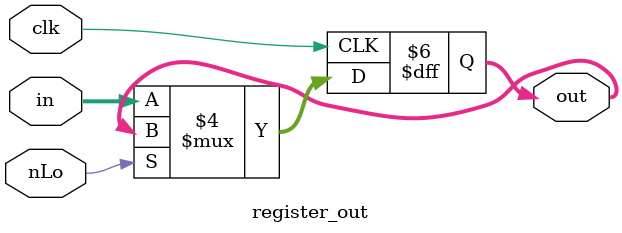
<source format=v>
`timescale 1ns / 1ps
module register_out(nLo, clk, in, out);
input clk, nLo;
input [7:0] in;
output [7:0] out;
reg [7:0] out;
always @ (posedge clk)
begin 
if(!nLo) out = in;
end


endmodule

</source>
